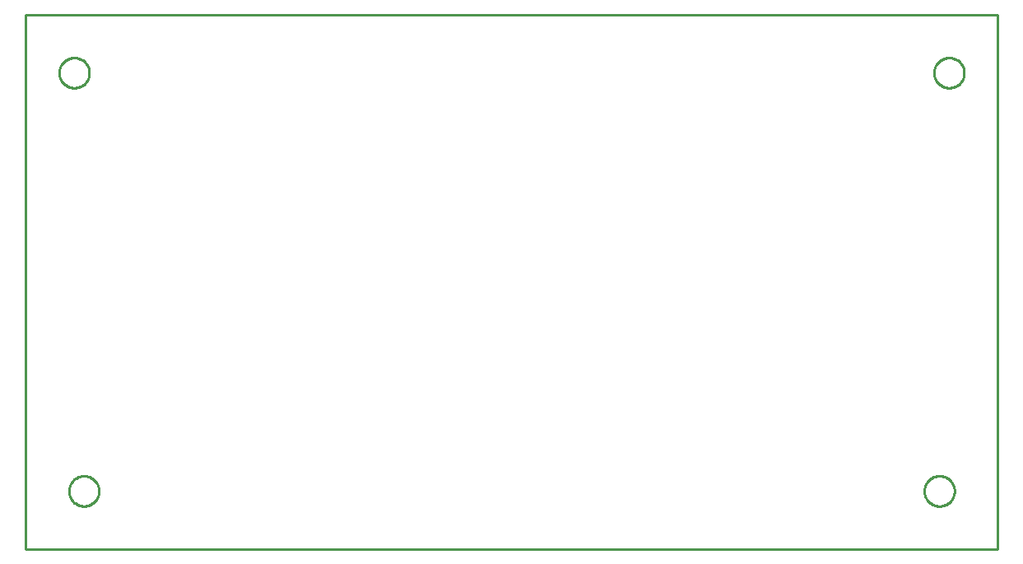
<source format=gbr>
G04 EAGLE Gerber RS-274X export*
G75*
%MOMM*%
%FSLAX34Y34*%
%LPD*%
%IN*%
%IPPOS*%
%AMOC8*
5,1,8,0,0,1.08239X$1,22.5*%
G01*
%ADD10C,0.254000*%


D10*
X0Y0D02*
X1000000Y0D01*
X1000000Y550000D01*
X0Y550000D01*
X0Y0D01*
X75500Y59446D02*
X75421Y58342D01*
X75263Y57246D01*
X75028Y56164D01*
X74716Y55102D01*
X74329Y54065D01*
X73869Y53058D01*
X73339Y52086D01*
X72740Y51154D01*
X72077Y50268D01*
X71352Y49431D01*
X70569Y48648D01*
X69732Y47923D01*
X68846Y47260D01*
X67914Y46661D01*
X66943Y46131D01*
X65935Y45671D01*
X64898Y45284D01*
X63836Y44972D01*
X62754Y44737D01*
X61658Y44579D01*
X60554Y44500D01*
X59446Y44500D01*
X58342Y44579D01*
X57246Y44737D01*
X56164Y44972D01*
X55102Y45284D01*
X54065Y45671D01*
X53058Y46131D01*
X52086Y46661D01*
X51154Y47260D01*
X50268Y47923D01*
X49431Y48648D01*
X48648Y49431D01*
X47923Y50268D01*
X47260Y51154D01*
X46661Y52086D01*
X46131Y53058D01*
X45671Y54065D01*
X45284Y55102D01*
X44972Y56164D01*
X44737Y57246D01*
X44579Y58342D01*
X44500Y59446D01*
X44500Y60554D01*
X44579Y61658D01*
X44737Y62754D01*
X44972Y63836D01*
X45284Y64898D01*
X45671Y65935D01*
X46131Y66943D01*
X46661Y67914D01*
X47260Y68846D01*
X47923Y69732D01*
X48648Y70569D01*
X49431Y71352D01*
X50268Y72077D01*
X51154Y72740D01*
X52086Y73339D01*
X53058Y73869D01*
X54065Y74329D01*
X55102Y74716D01*
X56164Y75028D01*
X57246Y75263D01*
X58342Y75421D01*
X59446Y75500D01*
X60554Y75500D01*
X61658Y75421D01*
X62754Y75263D01*
X63836Y75028D01*
X64898Y74716D01*
X65935Y74329D01*
X66943Y73869D01*
X67914Y73339D01*
X68846Y72740D01*
X69732Y72077D01*
X70569Y71352D01*
X71352Y70569D01*
X72077Y69732D01*
X72740Y68846D01*
X73339Y67914D01*
X73869Y66943D01*
X74329Y65935D01*
X74716Y64898D01*
X75028Y63836D01*
X75263Y62754D01*
X75421Y61658D01*
X75500Y60554D01*
X75500Y59446D01*
X65500Y489446D02*
X65421Y488342D01*
X65263Y487246D01*
X65028Y486164D01*
X64716Y485102D01*
X64329Y484065D01*
X63869Y483058D01*
X63339Y482086D01*
X62740Y481154D01*
X62077Y480268D01*
X61352Y479431D01*
X60569Y478648D01*
X59732Y477923D01*
X58846Y477260D01*
X57914Y476661D01*
X56943Y476131D01*
X55935Y475671D01*
X54898Y475284D01*
X53836Y474972D01*
X52754Y474737D01*
X51658Y474579D01*
X50554Y474500D01*
X49446Y474500D01*
X48342Y474579D01*
X47246Y474737D01*
X46164Y474972D01*
X45102Y475284D01*
X44065Y475671D01*
X43058Y476131D01*
X42086Y476661D01*
X41154Y477260D01*
X40268Y477923D01*
X39431Y478648D01*
X38648Y479431D01*
X37923Y480268D01*
X37260Y481154D01*
X36661Y482086D01*
X36131Y483058D01*
X35671Y484065D01*
X35284Y485102D01*
X34972Y486164D01*
X34737Y487246D01*
X34579Y488342D01*
X34500Y489446D01*
X34500Y490554D01*
X34579Y491658D01*
X34737Y492754D01*
X34972Y493836D01*
X35284Y494898D01*
X35671Y495935D01*
X36131Y496943D01*
X36661Y497914D01*
X37260Y498846D01*
X37923Y499732D01*
X38648Y500569D01*
X39431Y501352D01*
X40268Y502077D01*
X41154Y502740D01*
X42086Y503339D01*
X43058Y503869D01*
X44065Y504329D01*
X45102Y504716D01*
X46164Y505028D01*
X47246Y505263D01*
X48342Y505421D01*
X49446Y505500D01*
X50554Y505500D01*
X51658Y505421D01*
X52754Y505263D01*
X53836Y505028D01*
X54898Y504716D01*
X55935Y504329D01*
X56943Y503869D01*
X57914Y503339D01*
X58846Y502740D01*
X59732Y502077D01*
X60569Y501352D01*
X61352Y500569D01*
X62077Y499732D01*
X62740Y498846D01*
X63339Y497914D01*
X63869Y496943D01*
X64329Y495935D01*
X64716Y494898D01*
X65028Y493836D01*
X65263Y492754D01*
X65421Y491658D01*
X65500Y490554D01*
X65500Y489446D01*
X965500Y489446D02*
X965421Y488342D01*
X965263Y487246D01*
X965028Y486164D01*
X964716Y485102D01*
X964329Y484065D01*
X963869Y483058D01*
X963339Y482086D01*
X962740Y481154D01*
X962077Y480268D01*
X961352Y479431D01*
X960569Y478648D01*
X959732Y477923D01*
X958846Y477260D01*
X957914Y476661D01*
X956943Y476131D01*
X955935Y475671D01*
X954898Y475284D01*
X953836Y474972D01*
X952754Y474737D01*
X951658Y474579D01*
X950554Y474500D01*
X949446Y474500D01*
X948342Y474579D01*
X947246Y474737D01*
X946164Y474972D01*
X945102Y475284D01*
X944065Y475671D01*
X943058Y476131D01*
X942086Y476661D01*
X941154Y477260D01*
X940268Y477923D01*
X939431Y478648D01*
X938648Y479431D01*
X937923Y480268D01*
X937260Y481154D01*
X936661Y482086D01*
X936131Y483058D01*
X935671Y484065D01*
X935284Y485102D01*
X934972Y486164D01*
X934737Y487246D01*
X934579Y488342D01*
X934500Y489446D01*
X934500Y490554D01*
X934579Y491658D01*
X934737Y492754D01*
X934972Y493836D01*
X935284Y494898D01*
X935671Y495935D01*
X936131Y496943D01*
X936661Y497914D01*
X937260Y498846D01*
X937923Y499732D01*
X938648Y500569D01*
X939431Y501352D01*
X940268Y502077D01*
X941154Y502740D01*
X942086Y503339D01*
X943058Y503869D01*
X944065Y504329D01*
X945102Y504716D01*
X946164Y505028D01*
X947246Y505263D01*
X948342Y505421D01*
X949446Y505500D01*
X950554Y505500D01*
X951658Y505421D01*
X952754Y505263D01*
X953836Y505028D01*
X954898Y504716D01*
X955935Y504329D01*
X956943Y503869D01*
X957914Y503339D01*
X958846Y502740D01*
X959732Y502077D01*
X960569Y501352D01*
X961352Y500569D01*
X962077Y499732D01*
X962740Y498846D01*
X963339Y497914D01*
X963869Y496943D01*
X964329Y495935D01*
X964716Y494898D01*
X965028Y493836D01*
X965263Y492754D01*
X965421Y491658D01*
X965500Y490554D01*
X965500Y489446D01*
X955500Y59446D02*
X955421Y58342D01*
X955263Y57246D01*
X955028Y56164D01*
X954716Y55102D01*
X954329Y54065D01*
X953869Y53058D01*
X953339Y52086D01*
X952740Y51154D01*
X952077Y50268D01*
X951352Y49431D01*
X950569Y48648D01*
X949732Y47923D01*
X948846Y47260D01*
X947914Y46661D01*
X946943Y46131D01*
X945935Y45671D01*
X944898Y45284D01*
X943836Y44972D01*
X942754Y44737D01*
X941658Y44579D01*
X940554Y44500D01*
X939446Y44500D01*
X938342Y44579D01*
X937246Y44737D01*
X936164Y44972D01*
X935102Y45284D01*
X934065Y45671D01*
X933058Y46131D01*
X932086Y46661D01*
X931154Y47260D01*
X930268Y47923D01*
X929431Y48648D01*
X928648Y49431D01*
X927923Y50268D01*
X927260Y51154D01*
X926661Y52086D01*
X926131Y53058D01*
X925671Y54065D01*
X925284Y55102D01*
X924972Y56164D01*
X924737Y57246D01*
X924579Y58342D01*
X924500Y59446D01*
X924500Y60554D01*
X924579Y61658D01*
X924737Y62754D01*
X924972Y63836D01*
X925284Y64898D01*
X925671Y65935D01*
X926131Y66943D01*
X926661Y67914D01*
X927260Y68846D01*
X927923Y69732D01*
X928648Y70569D01*
X929431Y71352D01*
X930268Y72077D01*
X931154Y72740D01*
X932086Y73339D01*
X933058Y73869D01*
X934065Y74329D01*
X935102Y74716D01*
X936164Y75028D01*
X937246Y75263D01*
X938342Y75421D01*
X939446Y75500D01*
X940554Y75500D01*
X941658Y75421D01*
X942754Y75263D01*
X943836Y75028D01*
X944898Y74716D01*
X945935Y74329D01*
X946943Y73869D01*
X947914Y73339D01*
X948846Y72740D01*
X949732Y72077D01*
X950569Y71352D01*
X951352Y70569D01*
X952077Y69732D01*
X952740Y68846D01*
X953339Y67914D01*
X953869Y66943D01*
X954329Y65935D01*
X954716Y64898D01*
X955028Y63836D01*
X955263Y62754D01*
X955421Y61658D01*
X955500Y60554D01*
X955500Y59446D01*
M02*

</source>
